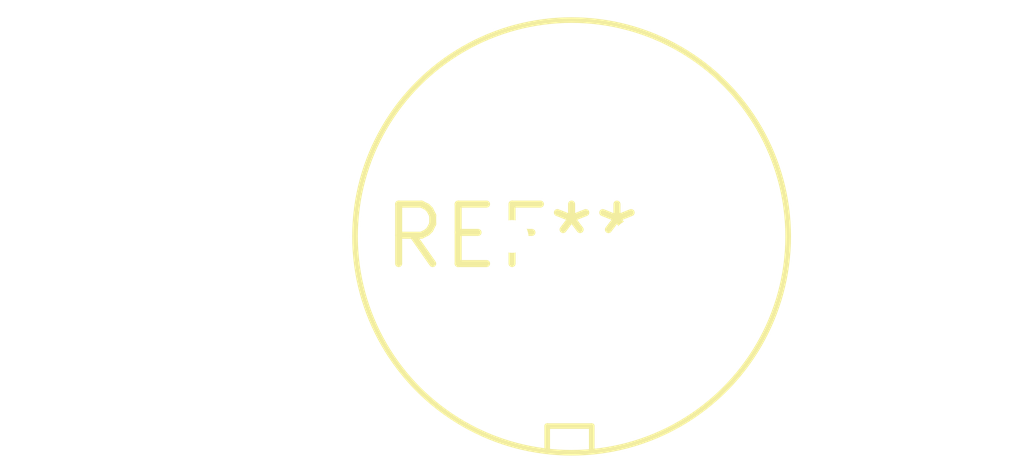
<source format=kicad_pcb>
(kicad_pcb (version 20240108) (generator pcbnew)
  (layers (0 "F.Cu" signal) (31 "B.Cu" signal) (34 "B.Paste" user) (35 "F.Paste" user) (36 "B.SilkS" user "B.Silkscreen") (37 "F.SilkS" user "F.Silkscreen") (38 "B.Mask" user) (39 "F.Mask" user) (44 "Edge.Cuts" user))
  (net 0 "")
  (footprint "LaserDiode_TO5-D9-3" (layer "F.Cu") (at 0 0)
    (property "Reference" "REF**")
    (property "Value" "LaserDiode_TO5-D9-3")
    (fp_line (start 0.75 4.05) (end 1.7 4.05) (layer "F.SilkS") (stroke (width 0.12)))
    (fp_line (start 0.75 4.55) (end 0.75 4.05) (layer "F.SilkS") (stroke (width 0.12)))
    (fp_line (start 1.7 4.05) (end 1.7 4.55) (layer "F.SilkS") (stroke (width 0.12)))
    (fp_circle (center 1.27 0) (end -3.35 0) (layer "F.SilkS") (stroke (width 0.12)) (fill none))
    (pad "1" thru_hole roundrect (at 0 0 45) (size 1.4 1.4) (drill 0.7) (layers *.Cu *.Mask) (remove_unused_layers) (roundrect_rratio 0.178))
    (pad "2" thru_hole circle (at 1.27 1.27) (size 1.4 1.4) (drill 0.7) (layers *.Cu *.Mask) (remove_unused_layers))
    (pad "3" thru_hole circle (at 2.54 0) (size 1.4 1.4) (drill 0.7) (layers *.Cu *.Mask) (remove_unused_layers))
  )
)
</source>
